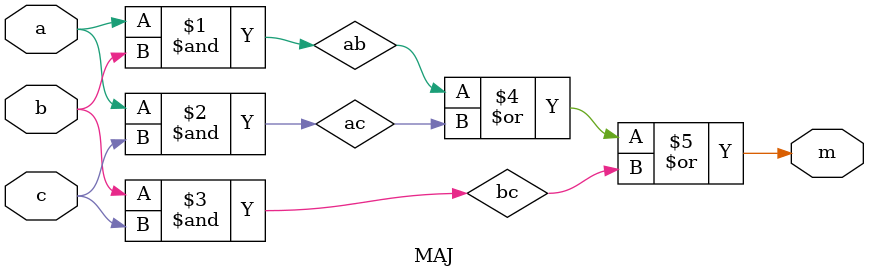
<source format=v>

module MAJ(a, b, c, m);
    input a, b, c;
    output m;

    and a1(ab, a, b);
    and a2(ac, a, c);
    and a3(bc, b, c);
    or o(m, ab, ac, bc);
endmodule
</source>
